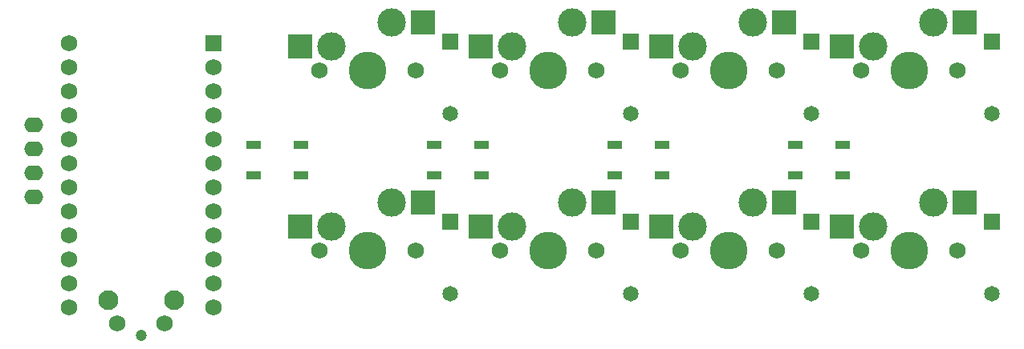
<source format=gbr>
%TF.GenerationSoftware,KiCad,Pcbnew,(6.99.0)*%
%TF.CreationDate,2021-12-30T19:51:54+01:00*%
%TF.ProjectId,TurtlePad,54757274-6c65-4506-9164-2e6b69636164,rev?*%
%TF.SameCoordinates,Original*%
%TF.FileFunction,Soldermask,Bot*%
%TF.FilePolarity,Negative*%
%FSLAX46Y46*%
G04 Gerber Fmt 4.6, Leading zero omitted, Abs format (unit mm)*
G04 Created by KiCad (PCBNEW (6.99.0)) date 2021-12-30 19:51:54*
%MOMM*%
%LPD*%
G01*
G04 APERTURE LIST*
%ADD10O,2.000000X1.600000*%
%ADD11C,1.651000*%
%ADD12R,1.651000X1.651000*%
%ADD13C,3.000000*%
%ADD14C,1.750000*%
%ADD15C,3.987800*%
%ADD16R,2.550000X2.500000*%
%ADD17R,1.501140X0.899160*%
%ADD18R,1.752600X1.752600*%
%ADD19C,1.752600*%
%ADD20C,2.100000*%
%ADD21C,1.200000*%
G04 APERTURE END LIST*
D10*
%TO.C,OL1*%
X99794750Y-100743250D03*
X99794750Y-98203250D03*
X99794750Y-95663250D03*
X99794750Y-93123250D03*
%TD*%
D11*
%TO.C,D2*%
X181800500Y-91948000D03*
D12*
X181800500Y-84328000D03*
%TD*%
D11*
%TO.C,D3*%
X162750500Y-91948000D03*
D12*
X162750500Y-84328000D03*
%TD*%
D11*
%TO.C,D4*%
X143700500Y-91948000D03*
D12*
X143700500Y-84328000D03*
%TD*%
D11*
%TO.C,D5*%
X200850500Y-110998000D03*
D12*
X200850500Y-103378000D03*
%TD*%
D11*
%TO.C,D6*%
X181800500Y-110998000D03*
D12*
X181800500Y-103378000D03*
%TD*%
D11*
%TO.C,D7*%
X162750500Y-110998000D03*
D12*
X162750500Y-103378000D03*
%TD*%
D11*
%TO.C,D8*%
X143700500Y-110998000D03*
D12*
X143700500Y-103378000D03*
%TD*%
D13*
%TO.C,MX1*%
X194659250Y-82264250D03*
D14*
X197199250Y-87344250D03*
D15*
X192119250Y-87344250D03*
D14*
X187039250Y-87344250D03*
D13*
X188309250Y-84804250D03*
D16*
X185034250Y-84804250D03*
X197961250Y-82264250D03*
%TD*%
D14*
%TO.C,MX2*%
X167989250Y-87344250D03*
D15*
X173069250Y-87344250D03*
D14*
X178149250Y-87344250D03*
D13*
X169259250Y-84804250D03*
X175609250Y-82264250D03*
D16*
X165984250Y-84804250D03*
X178911250Y-82264250D03*
%TD*%
D15*
%TO.C,MX3*%
X154019250Y-87344250D03*
D13*
X156559250Y-82264250D03*
D14*
X159099250Y-87344250D03*
D13*
X150209250Y-84804250D03*
D14*
X148939250Y-87344250D03*
D16*
X146934250Y-84804250D03*
X159861250Y-82264250D03*
%TD*%
D13*
%TO.C,MX5*%
X188309250Y-103854250D03*
D14*
X197199250Y-106394250D03*
D13*
X194659250Y-101314250D03*
D15*
X192119250Y-106394250D03*
D14*
X187039250Y-106394250D03*
D16*
X185034250Y-103854250D03*
X197961250Y-101314250D03*
%TD*%
D13*
%TO.C,MX6*%
X175609250Y-101314250D03*
X169259250Y-103854250D03*
D15*
X173069250Y-106394250D03*
D14*
X167989250Y-106394250D03*
X178149250Y-106394250D03*
D16*
X165984250Y-103854250D03*
X178911250Y-101314250D03*
%TD*%
D14*
%TO.C,MX7*%
X148939250Y-106394250D03*
X159099250Y-106394250D03*
D15*
X154019250Y-106394250D03*
D13*
X156559250Y-101314250D03*
X150209250Y-103854250D03*
D16*
X146934250Y-103854250D03*
X159861250Y-101314250D03*
%TD*%
D15*
%TO.C,MX8*%
X134969250Y-106394250D03*
D13*
X131159250Y-103854250D03*
X137509250Y-101314250D03*
D14*
X140049250Y-106394250D03*
X129889250Y-106394250D03*
D16*
X127884250Y-103854250D03*
X140811250Y-101314250D03*
%TD*%
D11*
%TO.C,D1*%
X200850500Y-91948000D03*
D12*
X200850500Y-84328000D03*
%TD*%
D13*
%TO.C,MX4*%
X137509250Y-82264250D03*
X131159250Y-84804250D03*
D14*
X140049250Y-87344250D03*
X129889250Y-87344250D03*
D15*
X134969250Y-87344250D03*
D16*
X127884250Y-84804250D03*
X140811250Y-82264250D03*
%TD*%
D17*
%TO.C,RGB1*%
X127943610Y-95269050D03*
X127943610Y-98469450D03*
X122944890Y-98469450D03*
X122944890Y-95269050D03*
%TD*%
%TO.C,RGB3*%
X166043610Y-95269050D03*
X166043610Y-98469450D03*
X161044890Y-98469450D03*
X161044890Y-95269050D03*
%TD*%
%TO.C,RGB2*%
X146993610Y-95269050D03*
X146993610Y-98469450D03*
X141994890Y-98469450D03*
X141994890Y-95269050D03*
%TD*%
%TO.C,RGB4*%
X185093610Y-95269050D03*
X185093610Y-98469450D03*
X180094890Y-98469450D03*
X180094890Y-95269050D03*
%TD*%
D18*
%TO.C,U1*%
X118776750Y-84486750D03*
D19*
X118776750Y-87026750D03*
X118776750Y-89566750D03*
X118776750Y-92106750D03*
X118776750Y-94646750D03*
X118776750Y-97186750D03*
X118776750Y-99726750D03*
X118776750Y-102266750D03*
X118776750Y-104806750D03*
X118776750Y-107346750D03*
X118776750Y-109886750D03*
X118776750Y-112426750D03*
X103536750Y-112426750D03*
X103536750Y-109886750D03*
X103536750Y-107346750D03*
X103536750Y-104806750D03*
X103536750Y-102266750D03*
X103536750Y-99726750D03*
X103536750Y-97186750D03*
X103536750Y-94646750D03*
X103536750Y-92106750D03*
X103536750Y-89566750D03*
X103536750Y-87026750D03*
X103536750Y-84486750D03*
%TD*%
D20*
%TO.C,SW1*%
X107616750Y-111651250D03*
D21*
X111116750Y-115351250D03*
D20*
X114626750Y-111651250D03*
D14*
X108616750Y-114141250D03*
X113616750Y-114141250D03*
%TD*%
M02*

</source>
